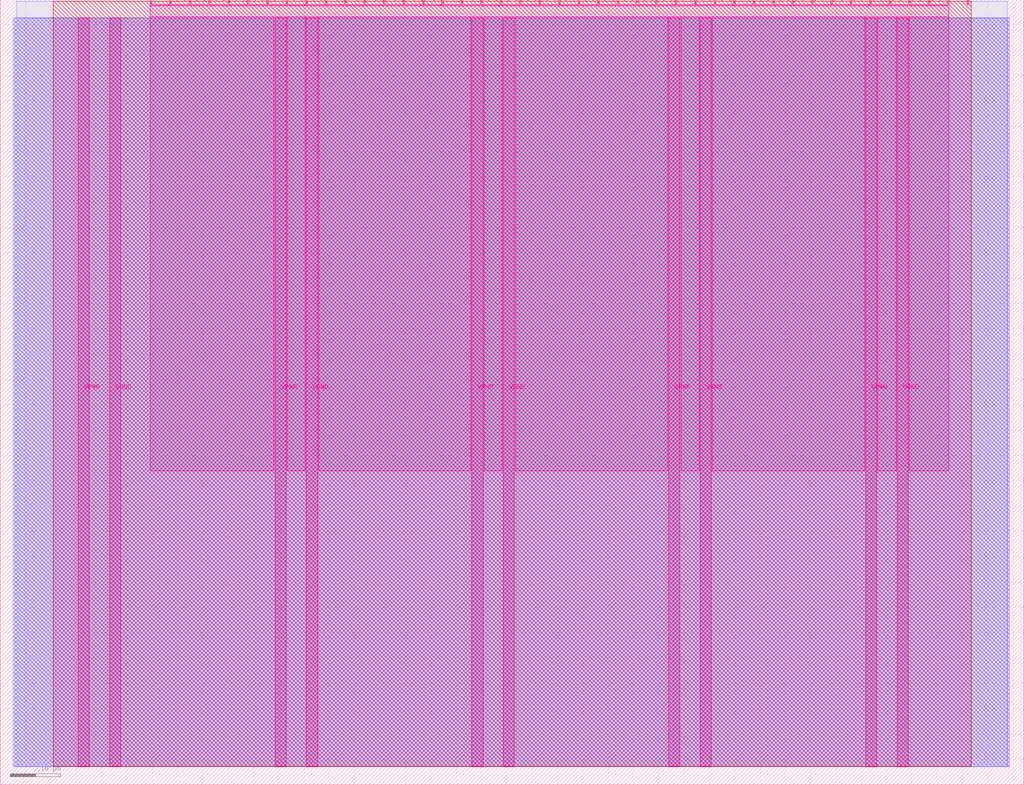
<source format=lef>
VERSION 5.7 ;
  NOWIREEXTENSIONATPIN ON ;
  DIVIDERCHAR "/" ;
  BUSBITCHARS "[]" ;
MACRO tt_um_gamepad_pmod_demo
  CLASS BLOCK ;
  FOREIGN tt_um_gamepad_pmod_demo ;
  ORIGIN 0.000 0.000 ;
  SIZE 202.080 BY 154.980 ;
  PIN VGND
    DIRECTION INOUT ;
    USE GROUND ;
    PORT
      LAYER Metal5 ;
        RECT 21.580 3.560 23.780 151.420 ;
    END
    PORT
      LAYER Metal5 ;
        RECT 60.450 3.560 62.650 151.420 ;
    END
    PORT
      LAYER Metal5 ;
        RECT 99.320 3.560 101.520 151.420 ;
    END
    PORT
      LAYER Metal5 ;
        RECT 138.190 3.560 140.390 151.420 ;
    END
    PORT
      LAYER Metal5 ;
        RECT 177.060 3.560 179.260 151.420 ;
    END
  END VGND
  PIN VPWR
    DIRECTION INOUT ;
    USE POWER ;
    PORT
      LAYER Metal5 ;
        RECT 15.380 3.560 17.580 151.420 ;
    END
    PORT
      LAYER Metal5 ;
        RECT 54.250 3.560 56.450 151.420 ;
    END
    PORT
      LAYER Metal5 ;
        RECT 93.120 3.560 95.320 151.420 ;
    END
    PORT
      LAYER Metal5 ;
        RECT 131.990 3.560 134.190 151.420 ;
    END
    PORT
      LAYER Metal5 ;
        RECT 170.860 3.560 173.060 151.420 ;
    END
  END VPWR
  PIN clk
    DIRECTION INPUT ;
    USE SIGNAL ;
    ANTENNAGATEAREA 0.213200 ;
    PORT
      LAYER Metal5 ;
        RECT 187.050 153.980 187.350 154.980 ;
    END
  END clk
  PIN ena
    DIRECTION INPUT ;
    USE SIGNAL ;
    PORT
      LAYER Metal5 ;
        RECT 190.890 153.980 191.190 154.980 ;
    END
  END ena
  PIN rst_n
    DIRECTION INPUT ;
    USE SIGNAL ;
    ANTENNAGATEAREA 0.495300 ;
    PORT
      LAYER Metal5 ;
        RECT 183.210 153.980 183.510 154.980 ;
    END
  END rst_n
  PIN ui_in[0]
    DIRECTION INPUT ;
    USE SIGNAL ;
    PORT
      LAYER Metal5 ;
        RECT 179.370 153.980 179.670 154.980 ;
    END
  END ui_in[0]
  PIN ui_in[1]
    DIRECTION INPUT ;
    USE SIGNAL ;
    PORT
      LAYER Metal5 ;
        RECT 175.530 153.980 175.830 154.980 ;
    END
  END ui_in[1]
  PIN ui_in[2]
    DIRECTION INPUT ;
    USE SIGNAL ;
    PORT
      LAYER Metal5 ;
        RECT 171.690 153.980 171.990 154.980 ;
    END
  END ui_in[2]
  PIN ui_in[3]
    DIRECTION INPUT ;
    USE SIGNAL ;
    PORT
      LAYER Metal5 ;
        RECT 167.850 153.980 168.150 154.980 ;
    END
  END ui_in[3]
  PIN ui_in[4]
    DIRECTION INPUT ;
    USE SIGNAL ;
    ANTENNAGATEAREA 0.180700 ;
    PORT
      LAYER Metal5 ;
        RECT 164.010 153.980 164.310 154.980 ;
    END
  END ui_in[4]
  PIN ui_in[5]
    DIRECTION INPUT ;
    USE SIGNAL ;
    ANTENNAGATEAREA 0.180700 ;
    PORT
      LAYER Metal5 ;
        RECT 160.170 153.980 160.470 154.980 ;
    END
  END ui_in[5]
  PIN ui_in[6]
    DIRECTION INPUT ;
    USE SIGNAL ;
    ANTENNAGATEAREA 0.180700 ;
    PORT
      LAYER Metal5 ;
        RECT 156.330 153.980 156.630 154.980 ;
    END
  END ui_in[6]
  PIN ui_in[7]
    DIRECTION INPUT ;
    USE SIGNAL ;
    PORT
      LAYER Metal5 ;
        RECT 152.490 153.980 152.790 154.980 ;
    END
  END ui_in[7]
  PIN uio_in[0]
    DIRECTION INPUT ;
    USE SIGNAL ;
    PORT
      LAYER Metal5 ;
        RECT 148.650 153.980 148.950 154.980 ;
    END
  END uio_in[0]
  PIN uio_in[1]
    DIRECTION INPUT ;
    USE SIGNAL ;
    PORT
      LAYER Metal5 ;
        RECT 144.810 153.980 145.110 154.980 ;
    END
  END uio_in[1]
  PIN uio_in[2]
    DIRECTION INPUT ;
    USE SIGNAL ;
    PORT
      LAYER Metal5 ;
        RECT 140.970 153.980 141.270 154.980 ;
    END
  END uio_in[2]
  PIN uio_in[3]
    DIRECTION INPUT ;
    USE SIGNAL ;
    PORT
      LAYER Metal5 ;
        RECT 137.130 153.980 137.430 154.980 ;
    END
  END uio_in[3]
  PIN uio_in[4]
    DIRECTION INPUT ;
    USE SIGNAL ;
    PORT
      LAYER Metal5 ;
        RECT 133.290 153.980 133.590 154.980 ;
    END
  END uio_in[4]
  PIN uio_in[5]
    DIRECTION INPUT ;
    USE SIGNAL ;
    PORT
      LAYER Metal5 ;
        RECT 129.450 153.980 129.750 154.980 ;
    END
  END uio_in[5]
  PIN uio_in[6]
    DIRECTION INPUT ;
    USE SIGNAL ;
    PORT
      LAYER Metal5 ;
        RECT 125.610 153.980 125.910 154.980 ;
    END
  END uio_in[6]
  PIN uio_in[7]
    DIRECTION INPUT ;
    USE SIGNAL ;
    PORT
      LAYER Metal5 ;
        RECT 121.770 153.980 122.070 154.980 ;
    END
  END uio_in[7]
  PIN uio_oe[0]
    DIRECTION OUTPUT ;
    USE SIGNAL ;
    ANTENNADIFFAREA 0.299200 ;
    PORT
      LAYER Metal5 ;
        RECT 56.490 153.980 56.790 154.980 ;
    END
  END uio_oe[0]
  PIN uio_oe[1]
    DIRECTION OUTPUT ;
    USE SIGNAL ;
    ANTENNADIFFAREA 0.299200 ;
    PORT
      LAYER Metal5 ;
        RECT 52.650 153.980 52.950 154.980 ;
    END
  END uio_oe[1]
  PIN uio_oe[2]
    DIRECTION OUTPUT ;
    USE SIGNAL ;
    ANTENNADIFFAREA 0.299200 ;
    PORT
      LAYER Metal5 ;
        RECT 48.810 153.980 49.110 154.980 ;
    END
  END uio_oe[2]
  PIN uio_oe[3]
    DIRECTION OUTPUT ;
    USE SIGNAL ;
    ANTENNADIFFAREA 0.299200 ;
    PORT
      LAYER Metal5 ;
        RECT 44.970 153.980 45.270 154.980 ;
    END
  END uio_oe[3]
  PIN uio_oe[4]
    DIRECTION OUTPUT ;
    USE SIGNAL ;
    ANTENNADIFFAREA 0.299200 ;
    PORT
      LAYER Metal5 ;
        RECT 41.130 153.980 41.430 154.980 ;
    END
  END uio_oe[4]
  PIN uio_oe[5]
    DIRECTION OUTPUT ;
    USE SIGNAL ;
    ANTENNADIFFAREA 0.299200 ;
    PORT
      LAYER Metal5 ;
        RECT 37.290 153.980 37.590 154.980 ;
    END
  END uio_oe[5]
  PIN uio_oe[6]
    DIRECTION OUTPUT ;
    USE SIGNAL ;
    ANTENNADIFFAREA 0.299200 ;
    PORT
      LAYER Metal5 ;
        RECT 33.450 153.980 33.750 154.980 ;
    END
  END uio_oe[6]
  PIN uio_oe[7]
    DIRECTION OUTPUT ;
    USE SIGNAL ;
    ANTENNADIFFAREA 0.299200 ;
    PORT
      LAYER Metal5 ;
        RECT 29.610 153.980 29.910 154.980 ;
    END
  END uio_oe[7]
  PIN uio_out[0]
    DIRECTION OUTPUT ;
    USE SIGNAL ;
    ANTENNADIFFAREA 0.299200 ;
    PORT
      LAYER Metal5 ;
        RECT 87.210 153.980 87.510 154.980 ;
    END
  END uio_out[0]
  PIN uio_out[1]
    DIRECTION OUTPUT ;
    USE SIGNAL ;
    ANTENNADIFFAREA 0.299200 ;
    PORT
      LAYER Metal5 ;
        RECT 83.370 153.980 83.670 154.980 ;
    END
  END uio_out[1]
  PIN uio_out[2]
    DIRECTION OUTPUT ;
    USE SIGNAL ;
    ANTENNADIFFAREA 0.299200 ;
    PORT
      LAYER Metal5 ;
        RECT 79.530 153.980 79.830 154.980 ;
    END
  END uio_out[2]
  PIN uio_out[3]
    DIRECTION OUTPUT ;
    USE SIGNAL ;
    ANTENNADIFFAREA 0.299200 ;
    PORT
      LAYER Metal5 ;
        RECT 75.690 153.980 75.990 154.980 ;
    END
  END uio_out[3]
  PIN uio_out[4]
    DIRECTION OUTPUT ;
    USE SIGNAL ;
    ANTENNADIFFAREA 0.299200 ;
    PORT
      LAYER Metal5 ;
        RECT 71.850 153.980 72.150 154.980 ;
    END
  END uio_out[4]
  PIN uio_out[5]
    DIRECTION OUTPUT ;
    USE SIGNAL ;
    ANTENNADIFFAREA 0.299200 ;
    PORT
      LAYER Metal5 ;
        RECT 68.010 153.980 68.310 154.980 ;
    END
  END uio_out[5]
  PIN uio_out[6]
    DIRECTION OUTPUT ;
    USE SIGNAL ;
    ANTENNADIFFAREA 0.299200 ;
    PORT
      LAYER Metal5 ;
        RECT 64.170 153.980 64.470 154.980 ;
    END
  END uio_out[6]
  PIN uio_out[7]
    DIRECTION OUTPUT ;
    USE SIGNAL ;
    ANTENNADIFFAREA 0.299200 ;
    PORT
      LAYER Metal5 ;
        RECT 60.330 153.980 60.630 154.980 ;
    END
  END uio_out[7]
  PIN uo_out[0]
    DIRECTION OUTPUT ;
    USE SIGNAL ;
    ANTENNADIFFAREA 0.654800 ;
    PORT
      LAYER Metal5 ;
        RECT 117.930 153.980 118.230 154.980 ;
    END
  END uo_out[0]
  PIN uo_out[1]
    DIRECTION OUTPUT ;
    USE SIGNAL ;
    ANTENNADIFFAREA 0.654800 ;
    PORT
      LAYER Metal5 ;
        RECT 114.090 153.980 114.390 154.980 ;
    END
  END uo_out[1]
  PIN uo_out[2]
    DIRECTION OUTPUT ;
    USE SIGNAL ;
    ANTENNADIFFAREA 0.654800 ;
    PORT
      LAYER Metal5 ;
        RECT 110.250 153.980 110.550 154.980 ;
    END
  END uo_out[2]
  PIN uo_out[3]
    DIRECTION OUTPUT ;
    USE SIGNAL ;
    ANTENNADIFFAREA 0.654800 ;
    PORT
      LAYER Metal5 ;
        RECT 106.410 153.980 106.710 154.980 ;
    END
  END uo_out[3]
  PIN uo_out[4]
    DIRECTION OUTPUT ;
    USE SIGNAL ;
    ANTENNADIFFAREA 0.632400 ;
    PORT
      LAYER Metal5 ;
        RECT 102.570 153.980 102.870 154.980 ;
    END
  END uo_out[4]
  PIN uo_out[5]
    DIRECTION OUTPUT ;
    USE SIGNAL ;
    ANTENNAGATEAREA 0.180700 ;
    ANTENNADIFFAREA 0.632400 ;
    PORT
      LAYER Metal5 ;
        RECT 98.730 153.980 99.030 154.980 ;
    END
  END uo_out[5]
  PIN uo_out[6]
    DIRECTION OUTPUT ;
    USE SIGNAL ;
    ANTENNAGATEAREA 0.361400 ;
    ANTENNADIFFAREA 0.632400 ;
    PORT
      LAYER Metal5 ;
        RECT 94.890 153.980 95.190 154.980 ;
    END
  END uo_out[6]
  PIN uo_out[7]
    DIRECTION OUTPUT ;
    USE SIGNAL ;
    ANTENNADIFFAREA 0.654800 ;
    PORT
      LAYER Metal5 ;
        RECT 91.050 153.980 91.350 154.980 ;
    END
  END uo_out[7]
  OBS
      LAYER GatPoly ;
        RECT 2.880 3.630 199.200 151.350 ;
      LAYER Metal1 ;
        RECT 2.880 3.560 199.200 151.420 ;
      LAYER Metal2 ;
        RECT 2.605 3.680 198.865 151.300 ;
      LAYER Metal3 ;
        RECT 3.260 3.635 198.820 154.705 ;
      LAYER Metal4 ;
        RECT 10.415 3.680 191.665 154.660 ;
      LAYER Metal5 ;
        RECT 30.120 153.770 33.240 153.980 ;
        RECT 33.960 153.770 37.080 153.980 ;
        RECT 37.800 153.770 40.920 153.980 ;
        RECT 41.640 153.770 44.760 153.980 ;
        RECT 45.480 153.770 48.600 153.980 ;
        RECT 49.320 153.770 52.440 153.980 ;
        RECT 53.160 153.770 56.280 153.980 ;
        RECT 57.000 153.770 60.120 153.980 ;
        RECT 60.840 153.770 63.960 153.980 ;
        RECT 64.680 153.770 67.800 153.980 ;
        RECT 68.520 153.770 71.640 153.980 ;
        RECT 72.360 153.770 75.480 153.980 ;
        RECT 76.200 153.770 79.320 153.980 ;
        RECT 80.040 153.770 83.160 153.980 ;
        RECT 83.880 153.770 87.000 153.980 ;
        RECT 87.720 153.770 90.840 153.980 ;
        RECT 91.560 153.770 94.680 153.980 ;
        RECT 95.400 153.770 98.520 153.980 ;
        RECT 99.240 153.770 102.360 153.980 ;
        RECT 103.080 153.770 106.200 153.980 ;
        RECT 106.920 153.770 110.040 153.980 ;
        RECT 110.760 153.770 113.880 153.980 ;
        RECT 114.600 153.770 117.720 153.980 ;
        RECT 118.440 153.770 121.560 153.980 ;
        RECT 122.280 153.770 125.400 153.980 ;
        RECT 126.120 153.770 129.240 153.980 ;
        RECT 129.960 153.770 133.080 153.980 ;
        RECT 133.800 153.770 136.920 153.980 ;
        RECT 137.640 153.770 140.760 153.980 ;
        RECT 141.480 153.770 144.600 153.980 ;
        RECT 145.320 153.770 148.440 153.980 ;
        RECT 149.160 153.770 152.280 153.980 ;
        RECT 153.000 153.770 156.120 153.980 ;
        RECT 156.840 153.770 159.960 153.980 ;
        RECT 160.680 153.770 163.800 153.980 ;
        RECT 164.520 153.770 167.640 153.980 ;
        RECT 168.360 153.770 171.480 153.980 ;
        RECT 172.200 153.770 175.320 153.980 ;
        RECT 176.040 153.770 179.160 153.980 ;
        RECT 179.880 153.770 183.000 153.980 ;
        RECT 183.720 153.770 186.840 153.980 ;
        RECT 29.660 151.630 187.300 153.770 ;
        RECT 29.660 62.015 54.040 151.630 ;
        RECT 56.660 62.015 60.240 151.630 ;
        RECT 62.860 62.015 92.910 151.630 ;
        RECT 95.530 62.015 99.110 151.630 ;
        RECT 101.730 62.015 131.780 151.630 ;
        RECT 134.400 62.015 137.980 151.630 ;
        RECT 140.600 62.015 170.650 151.630 ;
        RECT 173.270 62.015 176.850 151.630 ;
        RECT 179.470 62.015 187.300 151.630 ;
  END
END tt_um_gamepad_pmod_demo
END LIBRARY


</source>
